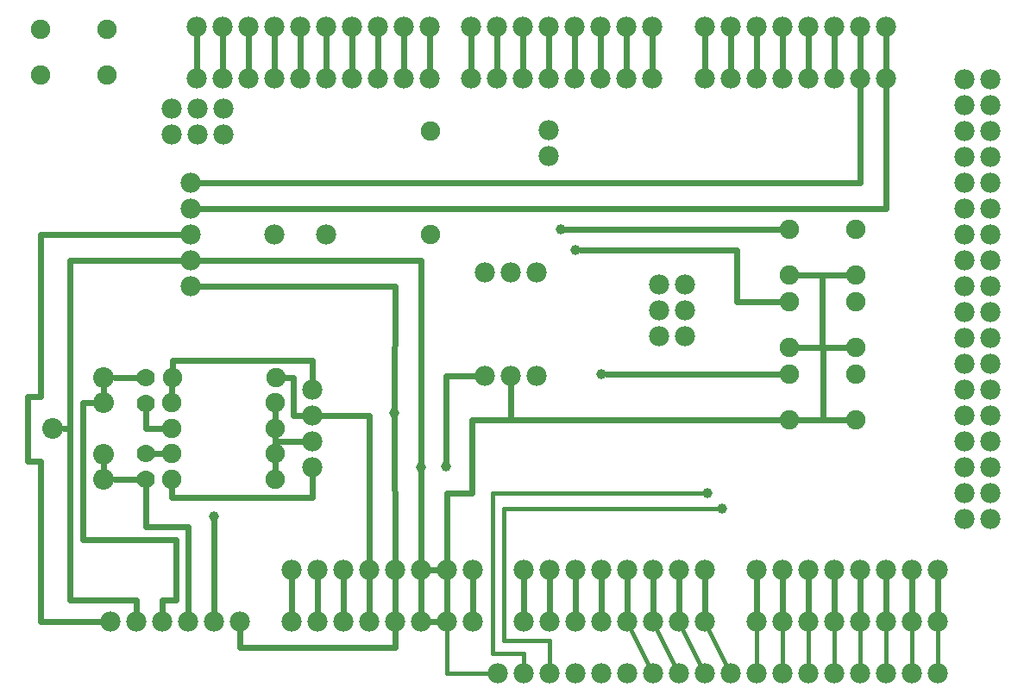
<source format=gtl>
G04 MADE WITH FRITZING*
G04 WWW.FRITZING.ORG*
G04 DOUBLE SIDED*
G04 HOLES PLATED*
G04 CONTOUR ON CENTER OF CONTOUR VECTOR*
%ASAXBY*%
%FSLAX23Y23*%
%MOIN*%
%OFA0B0*%
%SFA1.0B1.0*%
%ADD10C,0.078000*%
%ADD11C,0.080350*%
%ADD12C,0.070000*%
%ADD13C,0.075000*%
%ADD14C,0.039370*%
%ADD15C,0.024000*%
%ADD16C,0.016000*%
%ADD17R,0.001000X0.001000*%
%LNCOPPER1*%
G90*
G70*
G54D10*
X1803Y2601D03*
X1903Y2601D03*
X2003Y2601D03*
X2103Y2601D03*
X2203Y2601D03*
X2303Y2601D03*
X2403Y2601D03*
X2503Y2601D03*
X743Y2600D03*
X843Y2600D03*
X943Y2600D03*
X1043Y2600D03*
X1143Y2600D03*
X1243Y2600D03*
X1343Y2600D03*
X1443Y2600D03*
X1543Y2600D03*
X1643Y2600D03*
X1108Y301D03*
X1208Y301D03*
X1308Y301D03*
X1408Y301D03*
X1508Y301D03*
X1608Y301D03*
X1708Y301D03*
X1808Y301D03*
X2706Y2601D03*
X2806Y2601D03*
X2906Y2601D03*
X3006Y2601D03*
X3106Y2601D03*
X3206Y2601D03*
X3306Y2601D03*
X3406Y2601D03*
X2006Y300D03*
X2106Y300D03*
X2206Y300D03*
X2306Y300D03*
X2406Y300D03*
X2506Y300D03*
X2606Y300D03*
X2706Y300D03*
X2905Y300D03*
X3005Y300D03*
X3105Y300D03*
X3205Y300D03*
X3305Y300D03*
X3405Y300D03*
X3505Y300D03*
X3605Y300D03*
X743Y2400D03*
X843Y2400D03*
X943Y2400D03*
X1043Y2400D03*
X1143Y2400D03*
X1243Y2400D03*
X1343Y2400D03*
X1443Y2400D03*
X1543Y2400D03*
X1643Y2400D03*
X1803Y2401D03*
X1903Y2401D03*
X2003Y2401D03*
X2103Y2401D03*
X2203Y2401D03*
X2303Y2401D03*
X2403Y2401D03*
X2503Y2401D03*
X2905Y501D03*
X3005Y501D03*
X3105Y501D03*
X3205Y501D03*
X3305Y501D03*
X3405Y501D03*
X3505Y501D03*
X3605Y501D03*
X2006Y501D03*
X2106Y501D03*
X2206Y501D03*
X2306Y501D03*
X2406Y501D03*
X2506Y501D03*
X2606Y501D03*
X2706Y501D03*
X2706Y2401D03*
X2806Y2401D03*
X2906Y2401D03*
X3006Y2401D03*
X3106Y2401D03*
X3206Y2401D03*
X3306Y2401D03*
X3406Y2401D03*
X1108Y500D03*
X1208Y500D03*
X1308Y500D03*
X1408Y500D03*
X1508Y500D03*
X1608Y500D03*
X1708Y500D03*
X1808Y500D03*
X3708Y2398D03*
X3708Y2298D03*
X3708Y2198D03*
X3708Y2098D03*
X3708Y1998D03*
X3708Y1898D03*
X3708Y1798D03*
X3708Y1698D03*
X3708Y1598D03*
X3708Y1498D03*
X3708Y1398D03*
X3708Y1298D03*
X3708Y1198D03*
X3708Y1098D03*
X3708Y998D03*
X3708Y898D03*
X3708Y798D03*
X3708Y698D03*
X3708Y2398D03*
X3708Y2298D03*
X3708Y2198D03*
X3708Y2098D03*
X3708Y1998D03*
X3708Y1898D03*
X3708Y1798D03*
X3708Y1698D03*
X3708Y1598D03*
X3708Y1498D03*
X3708Y1398D03*
X3708Y1298D03*
X3708Y1198D03*
X3708Y1098D03*
X3708Y998D03*
X3708Y898D03*
X3708Y798D03*
X3708Y698D03*
X3808Y698D03*
X3808Y798D03*
X3808Y898D03*
X3808Y998D03*
X3808Y1098D03*
X3808Y1198D03*
X3808Y1298D03*
X3808Y1398D03*
X3808Y1498D03*
X3808Y1598D03*
X3808Y1698D03*
X3808Y1798D03*
X3808Y1898D03*
X3808Y1998D03*
X3808Y2098D03*
X3808Y2198D03*
X3808Y2298D03*
X3808Y2398D03*
X647Y2183D03*
X747Y2183D03*
X847Y2183D03*
X647Y2183D03*
X747Y2183D03*
X847Y2183D03*
X847Y2283D03*
X747Y2283D03*
X647Y2283D03*
G54D11*
X187Y1047D03*
X384Y1244D03*
X384Y1146D03*
X384Y949D03*
X384Y851D03*
G54D10*
X2528Y1605D03*
X2528Y1505D03*
X2528Y1405D03*
X2528Y1605D03*
X2528Y1505D03*
X2528Y1405D03*
X2628Y1405D03*
X2628Y1505D03*
X2628Y1605D03*
X720Y1996D03*
X720Y1896D03*
X720Y1796D03*
X720Y1696D03*
X720Y1596D03*
X1905Y101D03*
X2005Y101D03*
X2105Y101D03*
X2205Y101D03*
X2305Y101D03*
X2405Y101D03*
X2505Y101D03*
X2605Y101D03*
X2705Y101D03*
X2805Y101D03*
X2905Y101D03*
X3005Y101D03*
X3105Y101D03*
X3205Y101D03*
X3305Y101D03*
X3405Y101D03*
X3505Y101D03*
X3605Y101D03*
G54D12*
X547Y1244D03*
X547Y1144D03*
X547Y850D03*
X547Y950D03*
G54D13*
X648Y1243D03*
X1048Y1243D03*
X647Y1149D03*
X1047Y1149D03*
X647Y1049D03*
X1047Y1049D03*
X647Y951D03*
X1047Y951D03*
X647Y851D03*
X1047Y851D03*
G54D10*
X1188Y1198D03*
X1188Y1098D03*
X1188Y998D03*
X1188Y898D03*
G54D14*
X2717Y798D03*
X2772Y736D03*
G54D13*
X395Y2413D03*
X139Y2413D03*
X395Y2590D03*
X139Y2590D03*
G54D10*
X1044Y1796D03*
X1244Y1796D03*
G54D13*
X1645Y1796D03*
X1645Y2196D03*
G54D10*
X2102Y2100D03*
X2102Y2200D03*
X1855Y1250D03*
X1955Y1250D03*
X2055Y1250D03*
X1855Y1650D03*
X1955Y1650D03*
X2055Y1650D03*
G54D14*
X1507Y1108D03*
G54D10*
X410Y301D03*
X510Y301D03*
X610Y301D03*
X710Y301D03*
X810Y301D03*
X910Y301D03*
G54D14*
X810Y709D03*
X1707Y901D03*
X1608Y898D03*
G54D13*
X3290Y1081D03*
X3034Y1081D03*
X3290Y1259D03*
X3034Y1259D03*
X3290Y1641D03*
X3034Y1641D03*
X3290Y1818D03*
X3034Y1818D03*
X3289Y1361D03*
X3033Y1361D03*
X3289Y1538D03*
X3033Y1538D03*
G54D14*
X2206Y1737D03*
X2148Y1818D03*
X2306Y1259D03*
G54D15*
X743Y2430D02*
X743Y2570D01*
D02*
X547Y1049D02*
X547Y1118D01*
D02*
X843Y2430D02*
X843Y2570D01*
D02*
X943Y2430D02*
X943Y2570D01*
D02*
X619Y1049D02*
X547Y1049D01*
D02*
X1043Y2430D02*
X1043Y2570D01*
D02*
X1143Y2430D02*
X1143Y2570D01*
D02*
X1243Y2430D02*
X1243Y2570D01*
D02*
X618Y951D02*
X573Y950D01*
D02*
X647Y1177D02*
X647Y1215D01*
D02*
X1343Y2430D02*
X1343Y2570D01*
D02*
X1443Y2430D02*
X1443Y2570D01*
D02*
X1543Y2430D02*
X1543Y2570D01*
D02*
X1047Y1077D02*
X1047Y1120D01*
D02*
X1643Y2430D02*
X1643Y2570D01*
D02*
X1047Y1020D02*
X1047Y979D01*
D02*
X1803Y2431D02*
X1803Y2571D01*
D02*
X1903Y2431D02*
X1903Y2571D01*
D02*
X1047Y922D02*
X1047Y880D01*
D02*
X2003Y2431D02*
X2003Y2571D01*
D02*
X2103Y2431D02*
X2103Y2571D01*
D02*
X1188Y1311D02*
X1188Y1228D01*
D02*
X2203Y2431D02*
X2203Y2571D01*
D02*
X2303Y2431D02*
X2303Y2571D01*
D02*
X648Y1311D02*
X1188Y1311D01*
D02*
X648Y1272D02*
X648Y1311D01*
D02*
X2403Y2431D02*
X2403Y2571D01*
D02*
X2503Y2431D02*
X2503Y2571D01*
D02*
X1117Y1243D02*
X1076Y1243D01*
D02*
X2706Y2431D02*
X2706Y2571D01*
D02*
X1117Y1098D02*
X1117Y1243D01*
D02*
X2806Y2431D02*
X2806Y2571D01*
D02*
X2906Y2431D02*
X2906Y2571D01*
D02*
X1157Y1098D02*
X1117Y1098D01*
D02*
X3006Y2431D02*
X3006Y2571D01*
D02*
X3106Y2431D02*
X3106Y2571D01*
D02*
X3206Y2431D02*
X3206Y2571D01*
D02*
X1047Y998D02*
X1157Y998D01*
D02*
X1047Y880D02*
X1047Y998D01*
D02*
X3306Y2431D02*
X3306Y2571D01*
D02*
X647Y780D02*
X647Y822D01*
D02*
X3406Y2431D02*
X3406Y2571D01*
D02*
X1188Y780D02*
X647Y780D01*
D02*
X3605Y331D02*
X3605Y471D01*
D02*
X3505Y331D02*
X3505Y471D01*
D02*
X1188Y868D02*
X1188Y780D01*
D02*
X3405Y331D02*
X3405Y471D01*
D02*
X425Y1244D02*
X521Y1244D01*
D02*
X3305Y331D02*
X3305Y471D01*
D02*
X3205Y331D02*
X3205Y471D01*
D02*
X384Y1203D02*
X384Y1187D01*
D02*
X3105Y331D02*
X3105Y471D01*
D02*
X3005Y331D02*
X3005Y471D01*
D02*
X2905Y331D02*
X2905Y471D01*
D02*
X2706Y331D02*
X2706Y471D01*
D02*
X2606Y331D02*
X2606Y471D01*
D02*
X2506Y331D02*
X2506Y471D01*
D02*
X384Y892D02*
X384Y908D01*
D02*
X2406Y331D02*
X2406Y471D01*
D02*
X425Y850D02*
X521Y850D01*
D02*
X2306Y331D02*
X2306Y471D01*
D02*
X2206Y331D02*
X2206Y471D01*
D02*
X2106Y331D02*
X2106Y471D01*
D02*
X2006Y331D02*
X2006Y471D01*
D02*
X1808Y331D02*
X1808Y470D01*
D02*
X1708Y331D02*
X1708Y470D01*
D02*
X1608Y331D02*
X1608Y470D01*
D02*
X1508Y331D02*
X1508Y470D01*
D02*
X1408Y331D02*
X1408Y470D01*
D02*
X1308Y331D02*
X1308Y470D01*
D02*
X1208Y331D02*
X1208Y470D01*
D02*
X1108Y331D02*
X1108Y470D01*
D02*
X3306Y2370D02*
X3306Y1996D01*
D02*
X3306Y1996D02*
X750Y1996D01*
D02*
X3406Y2370D02*
X3406Y1896D01*
D02*
X3406Y1896D02*
X750Y1896D01*
D02*
X1508Y1596D02*
X750Y1596D01*
D02*
X1508Y531D02*
X1507Y1089D01*
D02*
X1608Y1696D02*
X750Y1696D01*
D02*
X1408Y1098D02*
X1218Y1098D01*
D02*
X1408Y531D02*
X1408Y1098D01*
D02*
X253Y1696D02*
X690Y1696D01*
D02*
X253Y1047D02*
X253Y1696D01*
D02*
X229Y1047D02*
X253Y1047D01*
D02*
X89Y922D02*
X89Y1172D01*
D02*
X138Y1172D02*
X138Y1796D01*
D02*
X138Y922D02*
X89Y922D01*
D02*
X89Y1172D02*
X138Y1172D01*
D02*
X138Y301D02*
X138Y922D01*
D02*
X380Y301D02*
X138Y301D01*
D02*
X138Y1796D02*
X690Y1796D01*
D02*
X252Y385D02*
X252Y1047D01*
D02*
X510Y385D02*
X252Y385D01*
D02*
X252Y1047D02*
X229Y1047D01*
D02*
X510Y332D02*
X510Y385D01*
D02*
X302Y618D02*
X302Y1146D01*
D02*
X662Y618D02*
X302Y618D01*
D02*
X302Y1146D02*
X343Y1146D01*
D02*
X610Y332D02*
X610Y385D01*
D02*
X710Y666D02*
X547Y666D01*
D02*
X547Y666D02*
X547Y824D01*
D02*
X710Y332D02*
X710Y666D01*
G54D16*
D02*
X3605Y126D02*
X3605Y276D01*
D02*
X3505Y126D02*
X3505Y276D01*
D02*
X3405Y126D02*
X3405Y276D01*
D02*
X3305Y126D02*
X3305Y276D01*
D02*
X3205Y126D02*
X3205Y276D01*
D02*
X3105Y126D02*
X3105Y276D01*
D02*
X3005Y126D02*
X3005Y276D01*
D02*
X2905Y126D02*
X2905Y276D01*
D02*
X1708Y101D02*
X1880Y101D01*
D02*
X1708Y277D02*
X1708Y101D01*
D02*
X2717Y278D02*
X2794Y123D01*
D02*
X2617Y278D02*
X2694Y123D01*
D02*
X2517Y278D02*
X2594Y123D01*
D02*
X2417Y278D02*
X2494Y123D01*
D02*
X2703Y798D02*
X1887Y798D01*
D02*
X1887Y798D02*
X1887Y177D01*
D02*
X1887Y177D02*
X2005Y177D01*
D02*
X2005Y177D02*
X2005Y126D01*
D02*
X2759Y736D02*
X1931Y736D01*
D02*
X1931Y736D02*
X1931Y226D01*
D02*
X1931Y226D02*
X2105Y226D01*
D02*
X2105Y226D02*
X2105Y126D01*
G54D15*
D02*
X1955Y1081D02*
X1955Y1220D01*
D02*
X1807Y1081D02*
X1955Y1081D01*
D02*
X1807Y798D02*
X1807Y1081D01*
D02*
X1708Y798D02*
X1807Y798D01*
D02*
X1708Y531D02*
X1708Y798D01*
D02*
X1608Y917D02*
X1608Y1696D01*
D02*
X1608Y879D02*
X1608Y531D01*
D02*
X1707Y920D02*
X1707Y1250D01*
D02*
X1707Y1250D02*
X1825Y1250D01*
D02*
X910Y201D02*
X910Y271D01*
D02*
X1508Y201D02*
X910Y201D01*
D02*
X1508Y271D02*
X1508Y201D01*
D02*
X810Y332D02*
X810Y690D01*
D02*
X662Y385D02*
X662Y618D01*
D02*
X610Y385D02*
X662Y385D01*
D02*
X1507Y1127D02*
X1508Y1596D01*
D02*
X2325Y1259D02*
X3005Y1259D01*
D02*
X2829Y1538D02*
X3005Y1538D01*
D02*
X2829Y1737D02*
X2829Y1538D01*
D02*
X2225Y1737D02*
X2829Y1737D01*
D02*
X3005Y1818D02*
X2167Y1818D01*
D02*
X1678Y301D02*
X1638Y301D01*
D02*
X1677Y500D02*
X1638Y500D01*
D02*
X3163Y1361D02*
X3163Y1081D01*
D02*
X3163Y1081D02*
X3261Y1081D01*
D02*
X3161Y1641D02*
X3161Y1361D01*
D02*
X3161Y1361D02*
X3260Y1361D01*
D02*
X3063Y1641D02*
X3261Y1641D01*
D02*
X3063Y1641D02*
X3161Y1641D01*
D02*
X3062Y1361D02*
X3260Y1361D01*
D02*
X3062Y1361D02*
X3163Y1361D01*
D02*
X3063Y1081D02*
X3261Y1081D01*
D02*
X1955Y1081D02*
X3005Y1081D01*
D02*
X1955Y1220D02*
X1955Y1081D01*
G54D17*
D02*
G04 End of Copper1*
M02*
</source>
